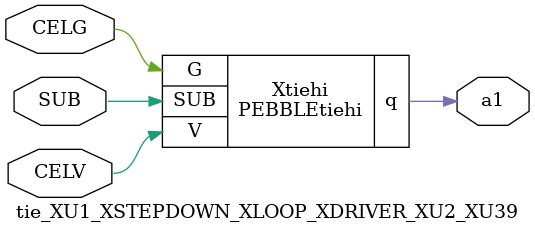
<source format=v>



module PEBBLEtiehi ( q, G, SUB, V );

  input V;
  output q;
  input G;
  input SUB;
endmodule

//Celera Confidential Do Not Copy tie_XU1_XSTEPDOWN_XLOOP_XDRIVER_XU2_XU39
//Celera Confidential Symbol Generator
//TIE
module tie_XU1_XSTEPDOWN_XLOOP_XDRIVER_XU2_XU39 (CELV,CELG,a1,SUB);
input CELV;
input CELG;
output a1;
input SUB;

//Celera Confidential Do Not Copy tie
PEBBLEtiehi Xtiehi(
.V (CELV),
.q (a1),
.SUB (SUB),
.G (CELG)
);
//,diesize,PEBBLEtiehi

//Celera Confidential Do Not Copy Module End
//Celera Schematic Generator
endmodule

</source>
